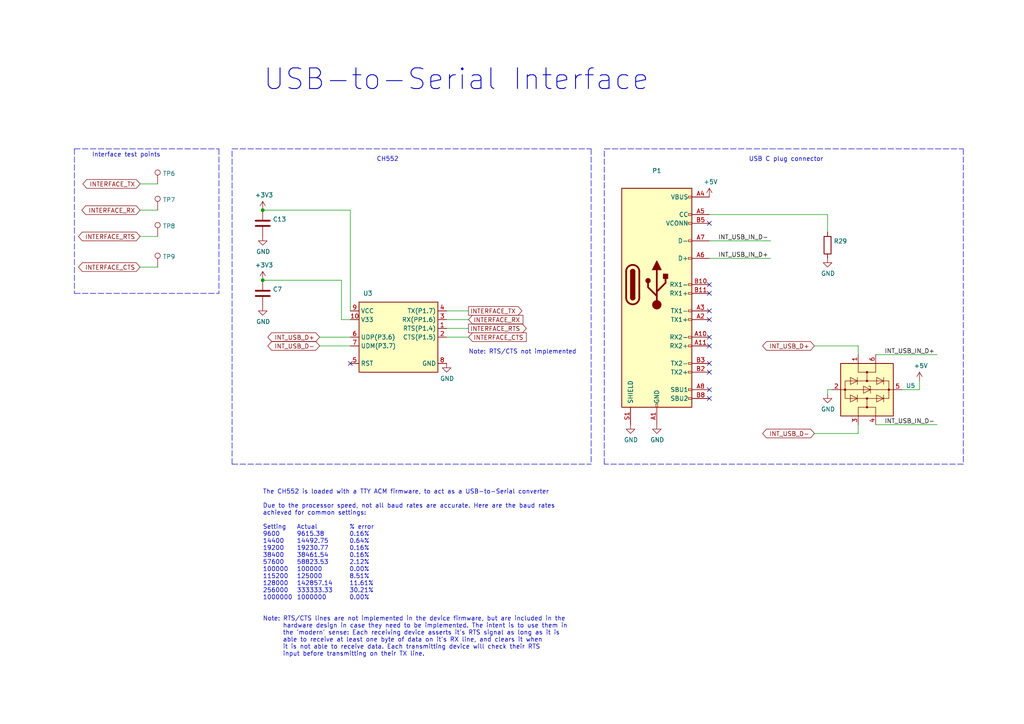
<source format=kicad_sch>
(kicad_sch (version 20211123) (generator eeschema)
  (paper "A4")
  (title_block (title "USB-to-Serial Interface") (date "2021-09-29") (rev "V1") (company "Tillitis AB") (comment 1 "2022"))
  (lib_symbols
    (symbol "Connector:TestPoint" (pin_numbers hide) (pin_names (offset 0.762) hide)
      (property "Reference" "TP" (at 0 6.858 0))
      (property "Value" "TestPoint" (at 0 5.08 0))
      (symbol "TestPoint_0_1"
        (circle (center 0 3.302) (radius 0.762))
      )
      (symbol "TestPoint_1_1"
        (pin passive line (at 0 0 90) (length 2.54) (name "1") (number "1"))
      )
    )
    (symbol "Connector:USB_C_Plug" (pin_names (offset 1.016))
      (property "Reference" "P" (at -10.16 29.21 0))
      (property "Value" "USB_C_Plug" (at 10.16 29.21 0))
      (symbol "USB_C_Plug_0_0"
        (rectangle (start -0.254 -35.56) (end 0.254 -34.544))
        (rectangle (start 10.16 -32.766) (end 9.144 -33.274))
        (rectangle (start 10.16 -30.226) (end 9.144 -30.734))
        (rectangle (start 10.16 -25.146) (end 9.144 -25.654))
        (rectangle (start 10.16 -22.606) (end 9.144 -23.114))
        (rectangle (start 10.16 -17.526) (end 9.144 -18.034))
        (rectangle (start 10.16 -14.986) (end 9.144 -15.494))
        (rectangle (start 10.16 -9.906) (end 9.144 -10.414))
        (rectangle (start 10.16 -7.366) (end 9.144 -7.874))
        (rectangle (start 10.16 -2.286) (end 9.144 -2.794))
        (rectangle (start 10.16 0.254) (end 9.144 -0.254))
        (rectangle (start 10.16 7.874) (end 9.144 7.366))
        (rectangle (start 10.16 12.954) (end 9.144 12.446))
        (rectangle (start 10.16 18.034) (end 9.144 17.526))
        (rectangle (start 10.16 20.574) (end 9.144 20.066))
        (rectangle (start 10.16 25.654) (end 9.144 25.146))
      )
      (symbol "USB_C_Plug_0_1"
        (rectangle (start -10.16 27.94) (end 10.16 -35.56) (stroke (width 0.254)) (fill (type background)))
        (arc (start -8.89 -3.81) (mid -6.985 -5.715) (end -5.08 -3.81) (stroke (width 0.508)))
        (arc (start -7.62 -3.81) (mid -6.985 -4.445) (end -6.35 -3.81) (stroke (width 0.254)))
        (arc (start -7.62 -3.81) (mid -6.985 -4.445) (end -6.35 -3.81) (stroke (width 0.254)) (fill (type outline)))
        (rectangle (start -7.62 -3.81) (end -6.35 3.81) (stroke (width 0.254)) (fill (type outline)))
        (arc (start -6.35 3.81) (mid -6.985 4.445) (end -7.62 3.81) (stroke (width 0.254)))
        (arc (start -6.35 3.81) (mid -6.985 4.445) (end -7.62 3.81) (stroke (width 0.254)) (fill (type outline)))
        (arc (start -5.08 3.81) (mid -6.985 5.715) (end -8.89 3.81) (stroke (width 0.508)))
        (polyline (pts (xy -8.89 -3.81) (xy -8.89 3.81)) (stroke (width 0.508)))
        (polyline (pts (xy -5.08 3.81) (xy -5.08 -3.81)) (stroke (width 0.508)))
      )
      (symbol "USB_C_Plug_1_1"
        (circle (center -2.54 1.143) (radius 0.635) (stroke (width 0.254)) (fill (type outline)))
        (circle (center 0 -5.842) (radius 1.27) (fill (type outline)))
        (polyline (pts (xy 0 -5.842) (xy 0 4.318)) (stroke (width 0.508)))
        (polyline (pts (xy 0 -3.302) (xy -2.54 -0.762) (xy -2.54 0.508)) (stroke (width 0.508)))
        (polyline (pts (xy 0 -2.032) (xy 2.54 0.508) (xy 2.54 1.778)) (stroke (width 0.508)))
        (polyline (pts (xy -1.27 4.318) (xy 0 6.858) (xy 1.27 4.318) (xy -1.27 4.318)) (stroke (width 0.254)) (fill (type outline)))
        (rectangle (start 1.905 1.778) (end 3.175 3.048) (stroke (width 0.254)) (fill (type outline)))
        (pin passive line (at 0 -40.64 90) (length 5.08) (name "GND") (number "A1"))
        (pin bidirectional line (at 15.24 -15.24 180) (length 5.08) (name "RX2-") (number "A10"))
        (pin bidirectional line (at 15.24 -17.78 180) (length 5.08) (name "RX2+") (number "A11"))
        (pin passive line (at 0 -40.64 90) (length 5.08) hide (name "GND") (number "A12"))
        (pin bidirectional line (at 15.24 -10.16 180) (length 5.08) (name "TX1+") (number "A2"))
        (pin bidirectional line (at 15.24 -7.62 180) (length 5.08) (name "TX1-") (number "A3"))
        (pin passive line (at 15.24 25.4 180) (length 5.08) (name "VBUS") (number "A4"))
        (pin bidirectional line (at 15.24 20.32 180) (length 5.08) (name "CC") (number "A5"))
        (pin bidirectional line (at 15.24 7.62 180) (length 5.08) (name "D+") (number "A6"))
        (pin bidirectional line (at 15.24 12.7 180) (length 5.08) (name "D-") (number "A7"))
        (pin bidirectional line (at 15.24 -30.48 180) (length 5.08) (name "SBU1") (number "A8"))
        (pin passive line (at 15.24 25.4 180) (length 5.08) hide (name "VBUS") (number "A9"))
        (pin passive line (at 0 -40.64 90) (length 5.08) hide (name "GND") (number "B1"))
        (pin bidirectional line (at 15.24 0 180) (length 5.08) (name "RX1-") (number "B10"))
        (pin bidirectional line (at 15.24 -2.54 180) (length 5.08) (name "RX1+") (number "B11"))
        (pin passive line (at 0 -40.64 90) (length 5.08) hide (name "GND") (number "B12"))
        (pin bidirectional line (at 15.24 -25.4 180) (length 5.08) (name "TX2+") (number "B2"))
        (pin bidirectional line (at 15.24 -22.86 180) (length 5.08) (name "TX2-") (number "B3"))
        (pin passive line (at 15.24 25.4 180) (length 5.08) hide (name "VBUS") (number "B4"))
        (pin bidirectional line (at 15.24 17.78 180) (length 5.08) (name "VCONN") (number "B5"))
        (pin bidirectional line (at 15.24 -33.02 180) (length 5.08) (name "SBU2") (number "B8"))
        (pin passive line (at 15.24 25.4 180) (length 5.08) hide (name "VBUS") (number "B9"))
        (pin passive line (at -7.62 -40.64 90) (length 5.08) (name "SHIELD") (number "S1"))
      )
    )
    (symbol "Device:C" (pin_numbers hide) (pin_names (offset 0.254))
      (property "Reference" "C" (at 0.635 2.54 0))
      (property "Value" "C" (at 0.635 -2.54 0))
      (symbol "C_0_1"
        (polyline (pts (xy -2.032 -0.762) (xy 2.032 -0.762)) (stroke (width 0.508)))
        (polyline (pts (xy -2.032 0.762) (xy 2.032 0.762)) (stroke (width 0.508)))
      )
      (symbol "C_1_1"
        (pin passive line (at 0 3.81 270) (length 2.794) (name "~") (number "1"))
        (pin passive line (at 0 -3.81 90) (length 2.794) (name "~") (number "2"))
      )
    )
    (symbol "Device:R" (pin_numbers hide) (pin_names (offset 0))
      (property "Reference" "R" (at 2.032 0 90))
      (property "Value" "R" (at 0 0 90))
      (symbol "R_0_1"
        (rectangle (start -1.016 -2.54) (end 1.016 2.54) (stroke (width 0.254)))
      )
      (symbol "R_1_1"
        (pin passive line (at 0 3.81 270) (length 1.27) (name "~") (number "1"))
        (pin passive line (at 0 -3.81 90) (length 1.27) (name "~") (number "2"))
      )
    )
    (symbol "Power_Protection:USBLC6-2SC6" (pin_names hide)
      (property "Reference" "U" (at 2.54 8.89 0))
      (property "Value" "USBLC6-2SC6" (at 2.54 -8.89 0))
      (symbol "USBLC6-2SC6_0_1"
        (rectangle (start -7.62 -7.62) (end 7.62 7.62) (stroke (width 0.254)) (fill (type background)))
        (circle (center -5.08 0) (radius 0.254) (fill (type outline)))
        (circle (center -2.54 0) (radius 0.254) (fill (type outline)))
        (rectangle (start -2.54 6.35) (end 2.54 -6.35))
        (circle (center 0 -6.35) (radius 0.254) (fill (type outline)))
        (polyline (pts (xy -5.08 -2.54) (xy -7.62 -2.54)))
        (polyline (pts (xy -5.08 0) (xy -5.08 -2.54)))
        (polyline (pts (xy -5.08 2.54) (xy -7.62 2.54)))
        (polyline (pts (xy -1.524 -2.794) (xy -3.556 -2.794)))
        (polyline (pts (xy -1.524 4.826) (xy -3.556 4.826)))
        (polyline (pts (xy 0 -7.62) (xy 0 -6.35)))
        (polyline (pts (xy 0 -6.35) (xy 0 1.27)))
        (polyline (pts (xy 0 1.27) (xy 0 6.35)))
        (polyline (pts (xy 0 6.35) (xy 0 7.62)))
        (polyline (pts (xy 1.524 -2.794) (xy 3.556 -2.794)))
        (polyline (pts (xy 1.524 4.826) (xy 3.556 4.826)))
        (polyline (pts (xy 5.08 -2.54) (xy 7.62 -2.54)))
        (polyline (pts (xy 5.08 0) (xy 5.08 -2.54)))
        (polyline (pts (xy 5.08 2.54) (xy 7.62 2.54)))
        (polyline (pts (xy -2.54 0) (xy -5.08 0) (xy -5.08 2.54)))
        (polyline (pts (xy 2.54 0) (xy 5.08 0) (xy 5.08 2.54)))
        (polyline (pts (xy -3.556 -4.826) (xy -1.524 -4.826) (xy -2.54 -2.794) (xy -3.556 -4.826)))
        (polyline (pts (xy -3.556 2.794) (xy -1.524 2.794) (xy -2.54 4.826) (xy -3.556 2.794)))
        (polyline (pts (xy -1.016 -1.016) (xy 1.016 -1.016) (xy 0 1.016) (xy -1.016 -1.016)))
        (polyline (pts (xy 1.016 1.016) (xy 0.762 1.016) (xy -1.016 1.016) (xy -1.016 0.508)))
        (polyline (pts (xy 3.556 -4.826) (xy 1.524 -4.826) (xy 2.54 -2.794) (xy 3.556 -4.826)))
        (polyline (pts (xy 3.556 2.794) (xy 1.524 2.794) (xy 2.54 4.826) (xy 3.556 2.794)))
        (circle (center 0 6.35) (radius 0.254) (fill (type outline)))
        (circle (center 2.54 0) (radius 0.254) (fill (type outline)))
        (circle (center 5.08 0) (radius 0.254) (fill (type outline)))
      )
      (symbol "USBLC6-2SC6_1_1"
        (pin passive line (at -10.16 -2.54 0) (length 2.54) (name "I/O1") (number "1"))
        (pin passive line (at 0 -10.16 90) (length 2.54) (name "GND") (number "2"))
        (pin passive line (at 10.16 -2.54 180) (length 2.54) (name "I/O2") (number "3"))
        (pin passive line (at 10.16 2.54 180) (length 2.54) (name "I/O2") (number "4"))
        (pin passive line (at 0 10.16 270) (length 2.54) (name "VBUS") (number "5"))
        (pin passive line (at -10.16 2.54 0) (length 2.54) (name "I/O1") (number "6"))
      )
    )
    (symbol "mta1:CH552E"
      (property "Reference" "U" (at -8.89 3.81 0))
      (property "Value" "CH552E" (at 7.62 3.81 0))
      (symbol "CH552E_0_1"
        (rectangle (start -10.16 2.54) (end 12.7 -17.78) (stroke (width 0.254)) (fill (type background)))
      )
      (symbol "CH552E_1_1"
        (pin output line (at 15.24 -5.08 180) (length 2.54) (name "RTS(P1.4)") (number "1"))
        (pin passive line (at -12.7 -2.54 0) (length 2.54) (name "V33") (number "10"))
        (pin input line (at 15.24 -7.62 180) (length 2.54) (name "CTS(P1.5)") (number "2"))
        (pin input line (at 15.24 -2.54 180) (length 2.54) (name "RX(PP1.6)") (number "3"))
        (pin output line (at 15.24 0 180) (length 2.54) (name "TX(P1.7)") (number "4"))
        (pin bidirectional line (at -12.7 -15.24 0) (length 2.54) (name "RST") (number "5"))
        (pin bidirectional line (at -12.7 -7.62 0) (length 2.54) (name "UDP(P3.6)") (number "6"))
        (pin bidirectional line (at -12.7 -10.16 0) (length 2.54) (name "UDM(P3.7)") (number "7"))
        (pin power_in line (at 15.24 -15.24 180) (length 2.54) (name "GND") (number "8"))
        (pin power_in line (at -12.7 0 0) (length 2.54) (name "VCC") (number "9"))
      )
    )
    (symbol "power:+3.3V" (power) (pin_names (offset 0))
      (property "Value" "+3.3V" (at 0 3.556 0))
      (symbol "+3.3V_0_1"
        (polyline (pts (xy -0.762 1.27) (xy 0 2.54)))
        (polyline (pts (xy 0 0) (xy 0 2.54)))
        (polyline (pts (xy 0 2.54) (xy 0.762 1.27)))
      )
      (symbol "+3.3V_1_1"
        (pin power_in line (at 0 0 90) (length 0) hide (name "+3V3") (number "1"))
      )
    )
    (symbol "power:+5V" (power) (pin_names (offset 0))
      (property "Value" "+5V" (at 0 3.556 0))
      (symbol "+5V_0_1"
        (polyline (pts (xy -0.762 1.27) (xy 0 2.54)))
        (polyline (pts (xy 0 0) (xy 0 2.54)))
        (polyline (pts (xy 0 2.54) (xy 0.762 1.27)))
      )
      (symbol "+5V_1_1"
        (pin power_in line (at 0 0 90) (length 0) hide (name "+5V") (number "1"))
      )
    )
    (symbol "power:GND" (power) (pin_names (offset 0))
      (property "Value" "GND" (at 0 -3.81 0))
      (symbol "GND_0_1"
        (polyline (pts (xy 0 0) (xy 0 -1.27) (xy 1.27 -1.27) (xy 0 -2.54) (xy -1.27 -1.27) (xy 0 -1.27)))
      )
      (symbol "GND_1_1"
        (pin power_in line (at 0 0 270) (length 0) hide (name "GND") (number "1"))
      )
    )
  )
  (junction (at 76.2 60.96))
  (junction (at 76.2 81.28))
  (no_connect (at 205.74 92.71))
  (no_connect (at 205.74 85.09))
  (no_connect (at 205.74 100.33))
  (no_connect (at 205.74 82.55))
  (no_connect (at 205.74 115.57))
  (no_connect (at 101.6 105.41))
  (no_connect (at 205.74 113.03))
  (no_connect (at 205.74 90.17))
  (no_connect (at 205.74 105.41))
  (no_connect (at 205.74 64.77))
  (no_connect (at 205.74 97.79))
  (no_connect (at 205.74 107.95))
  (wire (pts (xy 266.7 110.49) (xy 266.7 113.03)))
  (polyline (pts (xy 67.31 134.62) (xy 171.45 134.62)))
  (polyline (pts (xy 279.4 43.18) (xy 279.4 134.62)))
  (wire (pts (xy 92.71 100.33) (xy 101.6 100.33)))
  (polyline (pts (xy 171.45 43.18) (xy 171.45 134.62)))
  (wire (pts (xy 99.06 81.28) (xy 76.2 81.28)))
  (wire (pts (xy 241.3 113.03) (xy 240.03 113.03)))
  (polyline (pts (xy 175.26 43.18) (xy 279.4 43.18)))
  (wire (pts (xy 135.89 97.79) (xy 129.54 97.79)))
  (wire (pts (xy 99.06 92.71) (xy 99.06 81.28)))
  (polyline (pts (xy 279.4 134.62) (xy 175.26 134.62)))
  (wire (pts (xy 40.64 68.58) (xy 45.72 68.58)))
  (wire (pts (xy 236.22 125.73) (xy 248.92 125.73)))
  (wire (pts (xy 236.22 100.33) (xy 248.92 100.33)))
  (polyline (pts (xy 67.31 134.62) (xy 67.31 43.18)))
  (polyline (pts (xy 175.26 134.62) (xy 175.26 43.18)))
  (wire (pts (xy 254 102.87) (xy 271.78 102.87)))
  (wire (pts (xy 248.92 123.19) (xy 248.92 125.73)))
  (wire (pts (xy 248.92 100.33) (xy 248.92 102.87)))
  (wire (pts (xy 40.64 60.96) (xy 45.72 60.96)))
  (polyline (pts (xy 21.59 43.18) (xy 63.5 43.18)))
  (wire (pts (xy 76.2 60.96) (xy 101.6 60.96)))
  (wire (pts (xy 266.7 113.03) (xy 261.62 113.03)))
  (wire (pts (xy 240.03 67.31) (xy 240.03 62.23)))
  (wire (pts (xy 135.89 92.71) (xy 129.54 92.71)))
  (wire (pts (xy 40.64 77.47) (xy 45.72 77.47)))
  (wire (pts (xy 205.74 74.93) (xy 223.52 74.93)))
  (polyline (pts (xy 67.31 43.18) (xy 171.45 43.18)))
  (polyline (pts (xy 21.59 85.09) (xy 63.5 85.09)))
  (wire (pts (xy 205.74 69.85) (xy 223.52 69.85)))
  (wire (pts (xy 135.89 90.17) (xy 129.54 90.17)))
  (polyline (pts (xy 63.5 43.18) (xy 63.5 85.09)))
  (wire (pts (xy 92.71 97.79) (xy 101.6 97.79)))
  (wire (pts (xy 205.74 62.23) (xy 240.03 62.23)))
  (wire (pts (xy 271.78 123.19) (xy 254 123.19)))
  (wire (pts (xy 240.03 113.03) (xy 240.03 114.3)))
  (wire (pts (xy 99.06 92.71) (xy 101.6 92.71)))
  (wire (pts (xy 101.6 60.96) (xy 101.6 90.17)))
  (wire (pts (xy 135.89 95.25) (xy 129.54 95.25)))
  (polyline (pts (xy 21.59 43.18) (xy 21.59 85.09)))
  (wire (pts (xy 40.64 53.34) (xy 45.72 53.34)))
  (text "USB C plug connector" (at 217.17 46.99 0) (effects (font (size 1.27 1.27)) (justify left bottom)))
  (text "CH552" (at 109.22 46.99 0) (effects (font (size 1.27 1.27)) (justify left bottom)))
  (text "USB-to-Serial Interface" (at 76.2 26.67 0) (effects (font (size 6 6) (thickness 0.254) bold) (justify left bottom)))
  (text "The CH552 is loaded with a TTY ACM firmware, to act as a USB-to-Serial converter\n\nDue to the processor speed, not all baud rates are accurate. Here are the baud rates\nachieved for common settings:\n\nSetting	Actual		% error\n9600	9615.38		0.16%\n14400	14492.75	0.64%\n19200	19230.77	0.16%\n38400	38461.54	0.16%\n57600	58823.53	2.12%\n100000	100000		0.00%\n115200	125000		8.51%\n128000	142857.14	11.61%\n256000	333333.33	30.21%\n1000000	1000000		0.00%\n\n\nNote: RTS/CTS lines are not implemented in the device firmware, but are included in the\n      hardware design in case they need to be implemented. The intent is to use them in\n      the 'modern' sense: Each receiving device asserts it's RTS signal as long as it is\n      able to receive at least one byte of data on it's RX line, and clears it when\n      it is not able to receive data. Each transmitting device will check their RTS\n      input before transmitting on their TX line." (at 76.2 190.5 0) (effects (font (size 1.27 1.27)) (justify left bottom)))
  (text "Interface test points" (at 26.67 45.72 0) (effects (font (size 1.27 1.27)) (justify left bottom)))
  (text "Note: RTS/CTS not implemented" (at 135.89 102.87 0) (effects (font (size 1.27 1.27)) (justify left bottom)))
  (label "INT_USB_IN_D-" (at 208.28 69.85 0))
  (label "INT_USB_IN_D+" (at 256.54 102.87 0))
  (label "INT_USB_IN_D+" (at 208.28 74.93 0))
  (label "INT_USB_IN_D-" (at 256.54 123.19 0))
  (global_label "INTERFACE_TX" (shape output) (at 135.89 90.17 0) (property "Intersheet References" "${INTERSHEET_REFS}" (effects hide)))
  (global_label "INT_USB_D-" (shape bidirectional) (at 236.22 125.73 180) (property "Intersheet References" "${INTERSHEET_REFS}" (effects hide)))
  (global_label "INT_USB_D+" (shape bidirectional) (at 236.22 100.33 180) (property "Intersheet References" "${INTERSHEET_REFS}" (effects hide)))
  (global_label "INTERFACE_RX" (shape bidirectional) (at 40.64 60.96 180) (property "Intersheet References" "${INTERSHEET_REFS}" (effects hide)))
  (global_label "INTERFACE_CTS" (shape bidirectional) (at 40.64 77.47 180) (property "Intersheet References" "${INTERSHEET_REFS}" (effects hide)))
  (global_label "INTERFACE_RTS" (shape bidirectional) (at 40.64 68.58 180) (property "Intersheet References" "${INTERSHEET_REFS}" (effects hide)))
  (global_label "INTERFACE_RX" (shape input) (at 135.89 92.71 0) (property "Intersheet References" "${INTERSHEET_REFS}" (effects hide)))
  (global_label "INTERFACE_TX" (shape bidirectional) (at 40.64 53.34 180) (property "Intersheet References" "${INTERSHEET_REFS}" (effects hide)))
  (global_label "INT_USB_D-" (shape bidirectional) (at 92.71 100.33 180) (property "Intersheet References" "${INTERSHEET_REFS}" (effects hide)))
  (global_label "INTERFACE_CTS" (shape input) (at 135.89 97.79 0) (property "Intersheet References" "${INTERSHEET_REFS}" (effects hide)))
  (global_label "INTERFACE_RTS" (shape output) (at 135.89 95.25 0) (property "Intersheet References" "${INTERSHEET_REFS}" (effects hide)))
  (global_label "INT_USB_D+" (shape bidirectional) (at 92.71 97.79 180) (property "Intersheet References" "${INTERSHEET_REFS}" (effects hide)))
  (symbol (lib_id "power:GND") (at 76.2 68.58 0) (unit 1)
    (property "Reference" "#GND0110" (effects hide))
    (property "Value" "GND" (at 76.327 72.9742 0))
  )
  (symbol (lib_id "Power_Protection:USBLC6-2SC6") (at 251.46 113.03 270) (unit 1)
    (property "Reference" "U5" (at 262.7376 111.8616 90) (effects (justify left)))
    (property "Datasheet" "https://www.st.com/resource/en/datasheet/usblc6-2.pdf" (effects hide))
    (property "Manufacturer" "ST" (effects hide))
    (property "Manufacturer Part Number" "USBLC6-2SC6" (effects hide))
    (property "Supplier" "Digikey" (effects hide))
    (property "Supplier Part Number" "497-5235-1-ND" (effects hide))
  )
  (symbol (lib_id "power:GND") (at 240.03 114.3 0) (unit 1)
    (property "Reference" "#GND0106" (effects hide))
    (property "Value" "GND" (at 240.157 118.6942 0))
  )
  (symbol (lib_id "Device:C") (at 76.2 64.77 0) (unit 1)
    (property "Reference" "C13" (at 79.121 63.6016 0) (effects (justify left)))
    (property "Manufacturer" "Any/not critical" (effects hide))
    (property "Extended Value" "16V,X5R,20%" (effects hide))
  )
  (symbol (lib_id "power:+3.3V") (at 76.2 60.96 0) (unit 1)
    (property "Reference" "#PWR0101" (effects hide))
    (property "Value" "+3.3V" (at 76.581 56.5658 0))
  )
  (symbol (lib_id "power:+3.3V") (at 76.2 81.28 0) (unit 1)
    (property "Reference" "#PWR0102" (effects hide))
    (property "Value" "+3.3V" (at 76.581 76.8858 0))
  )
  (symbol (lib_id "power:+5V") (at 266.7 110.49 0) (unit 1)
    (property "Reference" "#PWR0104" (effects hide))
    (property "Value" "+5V" (at 267.081 106.0958 0))
  )
  (symbol (lib_id "Connector:TestPoint") (at 45.72 60.96 0) (unit 1) (in_bom no)
    (property "Reference" "TP7" (at 47.1932 57.9628 0) (effects (justify left)))
  )
  (symbol (lib_id "power:GND") (at 240.03 74.93 0) (unit 1)
    (property "Reference" "#GND0105" (effects hide))
    (property "Value" "GND" (at 240.157 79.3242 0))
  )
  (symbol (lib_id "power:GND") (at 76.2 88.9 0) (unit 1)
    (property "Reference" "#GND0108" (effects hide))
    (property "Value" "GND" (at 76.327 93.2942 0))
  )
  (symbol (lib_id "Connector:TestPoint") (at 45.72 68.58 0) (unit 1) (in_bom no)
    (property "Reference" "TP8" (at 47.1932 65.5828 0) (effects (justify left)))
  )
  (symbol (lib_id "Device:C") (at 76.2 85.09 0) (unit 1)
    (property "Reference" "C7" (at 79.121 83.9216 0) (effects (justify left)))
    (property "Manufacturer" "Any/not critical" (effects hide))
    (property "Extended Value" "16V,X5R,20%" (effects hide))
  )
  (symbol (lib_id "Connector:USB_C_Plug") (at 190.5 82.55 0) (unit 1)
    (property "Reference" "P1" (at 190.5 49.53 0))
    (property "Datasheet" "https://www.usb.org/sites/default/files/documents/usb_type-c.zip" (effects hide))
    (property "Manufacturer" "XKB" (effects hide))
    (property "Manufacturer Part Number" "U261-241N-4BS60" (effects hide))
    (property "Supplier" "LCSC" (effects hide))
    (property "Supplier Part Number" "C319150" (effects hide))
  )
  (symbol (lib_id "Device:R") (at 240.03 71.12 0) (unit 1)
    (property "Reference" "R29" (at 241.808 69.9516 0) (effects (justify left)))
    (property "Manufacturer" "Any/not critical" (effects hide))
    (property "Extended Value" "1/16W,1%" (effects hide))
  )
  (symbol (lib_id "power:GND") (at 182.88 123.19 0) (unit 1)
    (property "Reference" "#GND0104" (effects hide))
    (property "Value" "GND" (at 183.007 127.5842 0))
  )
  (symbol (lib_id "power:GND") (at 190.5 123.19 0) (unit 1)
    (property "Reference" "#GND0102" (effects hide))
    (property "Value" "GND" (at 190.627 127.5842 0))
  )
  (symbol (lib_id "mta1:CH552E") (at 114.3 90.17 0) (unit 1)
    (property "Reference" "U3" (at 106.68 85.09 0))
    (property "Manufacturer" "WCH" (effects hide))
    (property "Manufacturer Part Number" "CH552E" (effects hide))
    (property "Supplier" "LCSC" (effects hide))
    (property "Supplier Part Number" "C967938" (effects hide))
  )
  (symbol (lib_id "power:+5V") (at 205.74 57.15 0) (unit 1)
    (property "Reference" "#PWR0103" (effects hide))
    (property "Value" "+5V" (at 206.121 52.7558 0))
  )
  (symbol (lib_id "Connector:TestPoint") (at 45.72 77.47 0) (unit 1) (in_bom no)
    (property "Reference" "TP9" (at 47.1932 74.4728 0) (effects (justify left)))
  )
  (symbol (lib_id "power:GND") (at 129.54 105.41 0) (unit 1)
    (property "Reference" "#GND0109" (effects hide))
    (property "Value" "GND" (at 129.667 109.8042 0))
  )
  (symbol (lib_id "Connector:TestPoint") (at 45.72 53.34 0) (unit 1) (in_bom no)
    (property "Reference" "TP6" (at 47.1932 50.3428 0) (effects (justify left)))
  )
)
</source>
